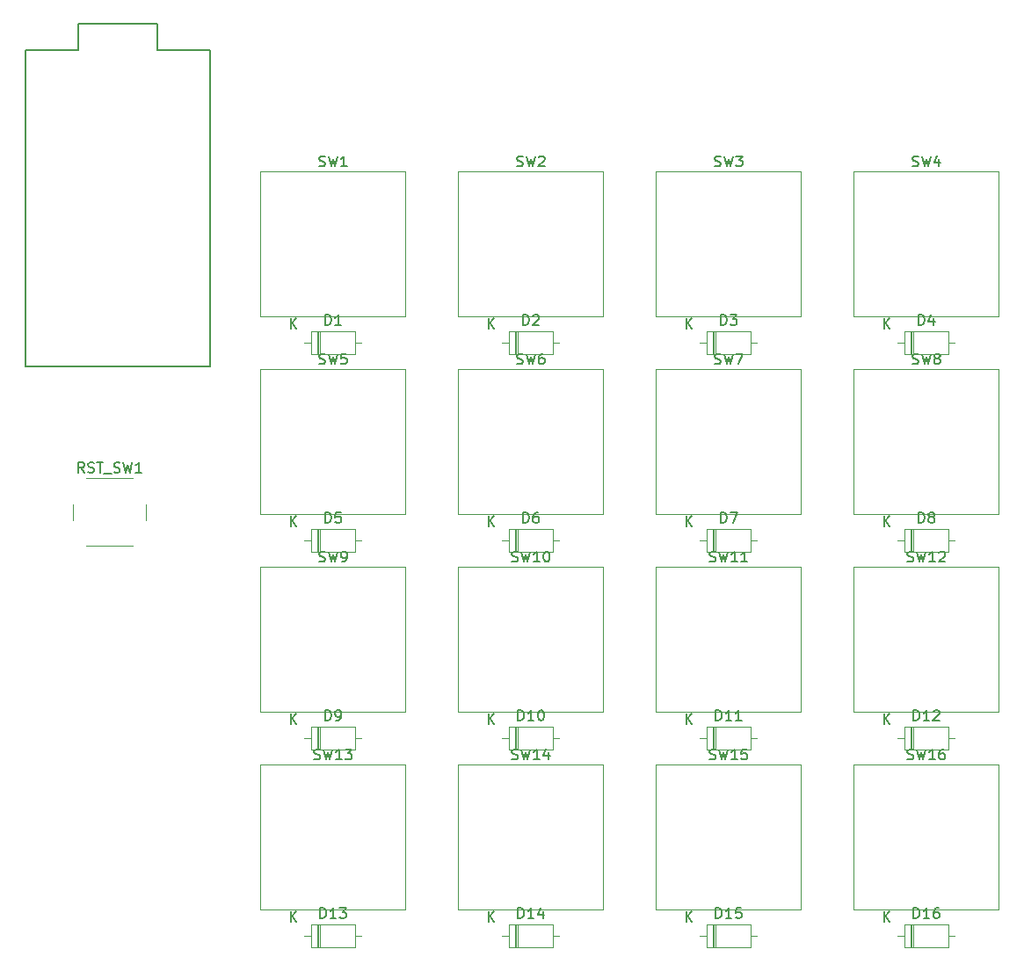
<source format=gto>
G04 #@! TF.GenerationSoftware,KiCad,Pcbnew,(5.0.0)*
G04 #@! TF.CreationDate,2018-09-08T04:15:37+09:00*
G04 #@! TF.ProjectId,macro4x4,6D6163726F3478342E6B696361645F70,rev?*
G04 #@! TF.SameCoordinates,Original*
G04 #@! TF.FileFunction,Legend,Top*
G04 #@! TF.FilePolarity,Positive*
%FSLAX46Y46*%
G04 Gerber Fmt 4.6, Leading zero omitted, Abs format (unit mm)*
G04 Created by KiCad (PCBNEW (5.0.0)) date 09/08/18 04:15:37*
%MOMM*%
%LPD*%
G01*
G04 APERTURE LIST*
%ADD10C,0.120000*%
%ADD11C,0.150000*%
%ADD12C,6.800000*%
%ADD13R,2.000000X2.000000*%
%ADD14O,2.000000X2.000000*%
%ADD15C,2.600000*%
%ADD16C,4.400000*%
%ADD17C,2.100000*%
%ADD18C,2.000000*%
%ADD19C,2.400000*%
G04 APERTURE END LIST*
D10*
G04 #@! TO.C,D1*
X68640000Y-80795000D02*
X68640000Y-83035000D01*
X68640000Y-83035000D02*
X72880000Y-83035000D01*
X72880000Y-83035000D02*
X72880000Y-80795000D01*
X72880000Y-80795000D02*
X68640000Y-80795000D01*
X67990000Y-81915000D02*
X68640000Y-81915000D01*
X73530000Y-81915000D02*
X72880000Y-81915000D01*
X69360000Y-80795000D02*
X69360000Y-83035000D01*
X69480000Y-80795000D02*
X69480000Y-83035000D01*
X69240000Y-80795000D02*
X69240000Y-83035000D01*
G04 #@! TO.C,D2*
X88290000Y-80795000D02*
X88290000Y-83035000D01*
X88530000Y-80795000D02*
X88530000Y-83035000D01*
X88410000Y-80795000D02*
X88410000Y-83035000D01*
X92580000Y-81915000D02*
X91930000Y-81915000D01*
X87040000Y-81915000D02*
X87690000Y-81915000D01*
X91930000Y-80795000D02*
X87690000Y-80795000D01*
X91930000Y-83035000D02*
X91930000Y-80795000D01*
X87690000Y-83035000D02*
X91930000Y-83035000D01*
X87690000Y-80795000D02*
X87690000Y-83035000D01*
G04 #@! TO.C,D3*
X106740000Y-80795000D02*
X106740000Y-83035000D01*
X106740000Y-83035000D02*
X110980000Y-83035000D01*
X110980000Y-83035000D02*
X110980000Y-80795000D01*
X110980000Y-80795000D02*
X106740000Y-80795000D01*
X106090000Y-81915000D02*
X106740000Y-81915000D01*
X111630000Y-81915000D02*
X110980000Y-81915000D01*
X107460000Y-80795000D02*
X107460000Y-83035000D01*
X107580000Y-80795000D02*
X107580000Y-83035000D01*
X107340000Y-80795000D02*
X107340000Y-83035000D01*
G04 #@! TO.C,D4*
X125790000Y-80795000D02*
X125790000Y-83035000D01*
X125790000Y-83035000D02*
X130030000Y-83035000D01*
X130030000Y-83035000D02*
X130030000Y-80795000D01*
X130030000Y-80795000D02*
X125790000Y-80795000D01*
X125140000Y-81915000D02*
X125790000Y-81915000D01*
X130680000Y-81915000D02*
X130030000Y-81915000D01*
X126510000Y-80795000D02*
X126510000Y-83035000D01*
X126630000Y-80795000D02*
X126630000Y-83035000D01*
X126390000Y-80795000D02*
X126390000Y-83035000D01*
G04 #@! TO.C,D5*
X68640000Y-99845000D02*
X68640000Y-102085000D01*
X68640000Y-102085000D02*
X72880000Y-102085000D01*
X72880000Y-102085000D02*
X72880000Y-99845000D01*
X72880000Y-99845000D02*
X68640000Y-99845000D01*
X67990000Y-100965000D02*
X68640000Y-100965000D01*
X73530000Y-100965000D02*
X72880000Y-100965000D01*
X69360000Y-99845000D02*
X69360000Y-102085000D01*
X69480000Y-99845000D02*
X69480000Y-102085000D01*
X69240000Y-99845000D02*
X69240000Y-102085000D01*
G04 #@! TO.C,D6*
X87690000Y-99845000D02*
X87690000Y-102085000D01*
X87690000Y-102085000D02*
X91930000Y-102085000D01*
X91930000Y-102085000D02*
X91930000Y-99845000D01*
X91930000Y-99845000D02*
X87690000Y-99845000D01*
X87040000Y-100965000D02*
X87690000Y-100965000D01*
X92580000Y-100965000D02*
X91930000Y-100965000D01*
X88410000Y-99845000D02*
X88410000Y-102085000D01*
X88530000Y-99845000D02*
X88530000Y-102085000D01*
X88290000Y-99845000D02*
X88290000Y-102085000D01*
G04 #@! TO.C,D7*
X107340000Y-99845000D02*
X107340000Y-102085000D01*
X107580000Y-99845000D02*
X107580000Y-102085000D01*
X107460000Y-99845000D02*
X107460000Y-102085000D01*
X111630000Y-100965000D02*
X110980000Y-100965000D01*
X106090000Y-100965000D02*
X106740000Y-100965000D01*
X110980000Y-99845000D02*
X106740000Y-99845000D01*
X110980000Y-102085000D02*
X110980000Y-99845000D01*
X106740000Y-102085000D02*
X110980000Y-102085000D01*
X106740000Y-99845000D02*
X106740000Y-102085000D01*
G04 #@! TO.C,D8*
X126390000Y-99845000D02*
X126390000Y-102085000D01*
X126630000Y-99845000D02*
X126630000Y-102085000D01*
X126510000Y-99845000D02*
X126510000Y-102085000D01*
X130680000Y-100965000D02*
X130030000Y-100965000D01*
X125140000Y-100965000D02*
X125790000Y-100965000D01*
X130030000Y-99845000D02*
X125790000Y-99845000D01*
X130030000Y-102085000D02*
X130030000Y-99845000D01*
X125790000Y-102085000D02*
X130030000Y-102085000D01*
X125790000Y-99845000D02*
X125790000Y-102085000D01*
G04 #@! TO.C,D9*
X69240000Y-118895000D02*
X69240000Y-121135000D01*
X69480000Y-118895000D02*
X69480000Y-121135000D01*
X69360000Y-118895000D02*
X69360000Y-121135000D01*
X73530000Y-120015000D02*
X72880000Y-120015000D01*
X67990000Y-120015000D02*
X68640000Y-120015000D01*
X72880000Y-118895000D02*
X68640000Y-118895000D01*
X72880000Y-121135000D02*
X72880000Y-118895000D01*
X68640000Y-121135000D02*
X72880000Y-121135000D01*
X68640000Y-118895000D02*
X68640000Y-121135000D01*
G04 #@! TO.C,D10*
X88290000Y-118895000D02*
X88290000Y-121135000D01*
X88530000Y-118895000D02*
X88530000Y-121135000D01*
X88410000Y-118895000D02*
X88410000Y-121135000D01*
X92580000Y-120015000D02*
X91930000Y-120015000D01*
X87040000Y-120015000D02*
X87690000Y-120015000D01*
X91930000Y-118895000D02*
X87690000Y-118895000D01*
X91930000Y-121135000D02*
X91930000Y-118895000D01*
X87690000Y-121135000D02*
X91930000Y-121135000D01*
X87690000Y-118895000D02*
X87690000Y-121135000D01*
G04 #@! TO.C,D11*
X106740000Y-118895000D02*
X106740000Y-121135000D01*
X106740000Y-121135000D02*
X110980000Y-121135000D01*
X110980000Y-121135000D02*
X110980000Y-118895000D01*
X110980000Y-118895000D02*
X106740000Y-118895000D01*
X106090000Y-120015000D02*
X106740000Y-120015000D01*
X111630000Y-120015000D02*
X110980000Y-120015000D01*
X107460000Y-118895000D02*
X107460000Y-121135000D01*
X107580000Y-118895000D02*
X107580000Y-121135000D01*
X107340000Y-118895000D02*
X107340000Y-121135000D01*
G04 #@! TO.C,D12*
X125790000Y-118895000D02*
X125790000Y-121135000D01*
X125790000Y-121135000D02*
X130030000Y-121135000D01*
X130030000Y-121135000D02*
X130030000Y-118895000D01*
X130030000Y-118895000D02*
X125790000Y-118895000D01*
X125140000Y-120015000D02*
X125790000Y-120015000D01*
X130680000Y-120015000D02*
X130030000Y-120015000D01*
X126510000Y-118895000D02*
X126510000Y-121135000D01*
X126630000Y-118895000D02*
X126630000Y-121135000D01*
X126390000Y-118895000D02*
X126390000Y-121135000D01*
G04 #@! TO.C,D13*
X69240000Y-137945000D02*
X69240000Y-140185000D01*
X69480000Y-137945000D02*
X69480000Y-140185000D01*
X69360000Y-137945000D02*
X69360000Y-140185000D01*
X73530000Y-139065000D02*
X72880000Y-139065000D01*
X67990000Y-139065000D02*
X68640000Y-139065000D01*
X72880000Y-137945000D02*
X68640000Y-137945000D01*
X72880000Y-140185000D02*
X72880000Y-137945000D01*
X68640000Y-140185000D02*
X72880000Y-140185000D01*
X68640000Y-137945000D02*
X68640000Y-140185000D01*
G04 #@! TO.C,D14*
X87690000Y-137945000D02*
X87690000Y-140185000D01*
X87690000Y-140185000D02*
X91930000Y-140185000D01*
X91930000Y-140185000D02*
X91930000Y-137945000D01*
X91930000Y-137945000D02*
X87690000Y-137945000D01*
X87040000Y-139065000D02*
X87690000Y-139065000D01*
X92580000Y-139065000D02*
X91930000Y-139065000D01*
X88410000Y-137945000D02*
X88410000Y-140185000D01*
X88530000Y-137945000D02*
X88530000Y-140185000D01*
X88290000Y-137945000D02*
X88290000Y-140185000D01*
G04 #@! TO.C,D15*
X107340000Y-137945000D02*
X107340000Y-140185000D01*
X107580000Y-137945000D02*
X107580000Y-140185000D01*
X107460000Y-137945000D02*
X107460000Y-140185000D01*
X111630000Y-139065000D02*
X110980000Y-139065000D01*
X106090000Y-139065000D02*
X106740000Y-139065000D01*
X110980000Y-137945000D02*
X106740000Y-137945000D01*
X110980000Y-140185000D02*
X110980000Y-137945000D01*
X106740000Y-140185000D02*
X110980000Y-140185000D01*
X106740000Y-137945000D02*
X106740000Y-140185000D01*
G04 #@! TO.C,D16*
X126390000Y-137945000D02*
X126390000Y-140185000D01*
X126630000Y-137945000D02*
X126630000Y-140185000D01*
X126510000Y-137945000D02*
X126510000Y-140185000D01*
X130680000Y-139065000D02*
X130030000Y-139065000D01*
X125140000Y-139065000D02*
X125790000Y-139065000D01*
X130030000Y-137945000D02*
X125790000Y-137945000D01*
X130030000Y-140185000D02*
X130030000Y-137945000D01*
X125790000Y-140185000D02*
X130030000Y-140185000D01*
X125790000Y-137945000D02*
X125790000Y-140185000D01*
G04 #@! TO.C,SW1*
X63775000Y-65385000D02*
X77745000Y-65385000D01*
X77745000Y-65385000D02*
X77745000Y-79355000D01*
X77745000Y-79355000D02*
X63775000Y-79355000D01*
X63775000Y-79355000D02*
X63775000Y-65385000D01*
G04 #@! TO.C,SW2*
X82825000Y-79355000D02*
X82825000Y-65385000D01*
X96795000Y-79355000D02*
X82825000Y-79355000D01*
X96795000Y-65385000D02*
X96795000Y-79355000D01*
X82825000Y-65385000D02*
X96795000Y-65385000D01*
G04 #@! TO.C,SW3*
X101875000Y-65385000D02*
X115845000Y-65385000D01*
X115845000Y-65385000D02*
X115845000Y-79355000D01*
X115845000Y-79355000D02*
X101875000Y-79355000D01*
X101875000Y-79355000D02*
X101875000Y-65385000D01*
G04 #@! TO.C,SW4*
X120925000Y-65385000D02*
X134895000Y-65385000D01*
X134895000Y-65385000D02*
X134895000Y-79355000D01*
X134895000Y-79355000D02*
X120925000Y-79355000D01*
X120925000Y-79355000D02*
X120925000Y-65385000D01*
G04 #@! TO.C,SW5*
X63775000Y-84435000D02*
X77745000Y-84435000D01*
X77745000Y-84435000D02*
X77745000Y-98405000D01*
X77745000Y-98405000D02*
X63775000Y-98405000D01*
X63775000Y-98405000D02*
X63775000Y-84435000D01*
G04 #@! TO.C,SW6*
X82825000Y-98405000D02*
X82825000Y-84435000D01*
X96795000Y-98405000D02*
X82825000Y-98405000D01*
X96795000Y-84435000D02*
X96795000Y-98405000D01*
X82825000Y-84435000D02*
X96795000Y-84435000D01*
G04 #@! TO.C,SW7*
X101875000Y-98405000D02*
X101875000Y-84435000D01*
X115845000Y-98405000D02*
X101875000Y-98405000D01*
X115845000Y-84435000D02*
X115845000Y-98405000D01*
X101875000Y-84435000D02*
X115845000Y-84435000D01*
G04 #@! TO.C,SW8*
X120925000Y-98405000D02*
X120925000Y-84435000D01*
X134895000Y-98405000D02*
X120925000Y-98405000D01*
X134895000Y-84435000D02*
X134895000Y-98405000D01*
X120925000Y-84435000D02*
X134895000Y-84435000D01*
G04 #@! TO.C,SW9*
X63775000Y-117455000D02*
X63775000Y-103485000D01*
X77745000Y-117455000D02*
X63775000Y-117455000D01*
X77745000Y-103485000D02*
X77745000Y-117455000D01*
X63775000Y-103485000D02*
X77745000Y-103485000D01*
G04 #@! TO.C,SW10*
X82825000Y-117455000D02*
X82825000Y-103485000D01*
X96795000Y-117455000D02*
X82825000Y-117455000D01*
X96795000Y-103485000D02*
X96795000Y-117455000D01*
X82825000Y-103485000D02*
X96795000Y-103485000D01*
G04 #@! TO.C,SW11*
X101875000Y-117455000D02*
X101875000Y-103485000D01*
X115845000Y-117455000D02*
X101875000Y-117455000D01*
X115845000Y-103485000D02*
X115845000Y-117455000D01*
X101875000Y-103485000D02*
X115845000Y-103485000D01*
G04 #@! TO.C,SW12*
X120925000Y-117455000D02*
X120925000Y-103485000D01*
X134895000Y-117455000D02*
X120925000Y-117455000D01*
X134895000Y-103485000D02*
X134895000Y-117455000D01*
X120925000Y-103485000D02*
X134895000Y-103485000D01*
G04 #@! TO.C,SW13*
X63775000Y-122535000D02*
X77745000Y-122535000D01*
X77745000Y-122535000D02*
X77745000Y-136505000D01*
X77745000Y-136505000D02*
X63775000Y-136505000D01*
X63775000Y-136505000D02*
X63775000Y-122535000D01*
G04 #@! TO.C,SW14*
X82825000Y-122535000D02*
X96795000Y-122535000D01*
X96795000Y-122535000D02*
X96795000Y-136505000D01*
X96795000Y-136505000D02*
X82825000Y-136505000D01*
X82825000Y-136505000D02*
X82825000Y-122535000D01*
G04 #@! TO.C,SW15*
X101875000Y-122535000D02*
X115845000Y-122535000D01*
X115845000Y-122535000D02*
X115845000Y-136505000D01*
X115845000Y-136505000D02*
X101875000Y-136505000D01*
X101875000Y-136505000D02*
X101875000Y-122535000D01*
G04 #@! TO.C,SW16*
X120925000Y-122535000D02*
X134895000Y-122535000D01*
X134895000Y-122535000D02*
X134895000Y-136505000D01*
X134895000Y-136505000D02*
X120925000Y-136505000D01*
X120925000Y-136505000D02*
X120925000Y-122535000D01*
D11*
G04 #@! TO.C,U1*
X41110000Y-53760000D02*
X41110000Y-84240000D01*
X41110000Y-53760000D02*
X46190000Y-53760000D01*
X46190000Y-53760000D02*
X46190000Y-51220000D01*
X46190000Y-51220000D02*
X53810000Y-51220000D01*
X53810000Y-51220000D02*
X53810000Y-53760000D01*
X53810000Y-53760000D02*
X58890000Y-53760000D01*
X58890000Y-53760000D02*
X58890000Y-84240000D01*
X58890000Y-84240000D02*
X41110000Y-84240000D01*
D10*
G04 #@! TO.C,RST_SW1*
X47000000Y-101500000D02*
X51500000Y-101500000D01*
X45750000Y-97500000D02*
X45750000Y-99000000D01*
X51500000Y-95000000D02*
X47000000Y-95000000D01*
X52750000Y-99000000D02*
X52750000Y-97500000D01*
G04 #@! TO.C,D1*
D11*
X70021904Y-80247380D02*
X70021904Y-79247380D01*
X70260000Y-79247380D01*
X70402857Y-79295000D01*
X70498095Y-79390238D01*
X70545714Y-79485476D01*
X70593333Y-79675952D01*
X70593333Y-79818809D01*
X70545714Y-80009285D01*
X70498095Y-80104523D01*
X70402857Y-80199761D01*
X70260000Y-80247380D01*
X70021904Y-80247380D01*
X71545714Y-80247380D02*
X70974285Y-80247380D01*
X71260000Y-80247380D02*
X71260000Y-79247380D01*
X71164761Y-79390238D01*
X71069523Y-79485476D01*
X70974285Y-79533095D01*
X66688095Y-80567380D02*
X66688095Y-79567380D01*
X67259523Y-80567380D02*
X66830952Y-79995952D01*
X67259523Y-79567380D02*
X66688095Y-80138809D01*
G04 #@! TO.C,D2*
X89071904Y-80247380D02*
X89071904Y-79247380D01*
X89310000Y-79247380D01*
X89452857Y-79295000D01*
X89548095Y-79390238D01*
X89595714Y-79485476D01*
X89643333Y-79675952D01*
X89643333Y-79818809D01*
X89595714Y-80009285D01*
X89548095Y-80104523D01*
X89452857Y-80199761D01*
X89310000Y-80247380D01*
X89071904Y-80247380D01*
X90024285Y-79342619D02*
X90071904Y-79295000D01*
X90167142Y-79247380D01*
X90405238Y-79247380D01*
X90500476Y-79295000D01*
X90548095Y-79342619D01*
X90595714Y-79437857D01*
X90595714Y-79533095D01*
X90548095Y-79675952D01*
X89976666Y-80247380D01*
X90595714Y-80247380D01*
X85738095Y-80567380D02*
X85738095Y-79567380D01*
X86309523Y-80567380D02*
X85880952Y-79995952D01*
X86309523Y-79567380D02*
X85738095Y-80138809D01*
G04 #@! TO.C,D3*
X108121904Y-80247380D02*
X108121904Y-79247380D01*
X108360000Y-79247380D01*
X108502857Y-79295000D01*
X108598095Y-79390238D01*
X108645714Y-79485476D01*
X108693333Y-79675952D01*
X108693333Y-79818809D01*
X108645714Y-80009285D01*
X108598095Y-80104523D01*
X108502857Y-80199761D01*
X108360000Y-80247380D01*
X108121904Y-80247380D01*
X109026666Y-79247380D02*
X109645714Y-79247380D01*
X109312380Y-79628333D01*
X109455238Y-79628333D01*
X109550476Y-79675952D01*
X109598095Y-79723571D01*
X109645714Y-79818809D01*
X109645714Y-80056904D01*
X109598095Y-80152142D01*
X109550476Y-80199761D01*
X109455238Y-80247380D01*
X109169523Y-80247380D01*
X109074285Y-80199761D01*
X109026666Y-80152142D01*
X104788095Y-80567380D02*
X104788095Y-79567380D01*
X105359523Y-80567380D02*
X104930952Y-79995952D01*
X105359523Y-79567380D02*
X104788095Y-80138809D01*
G04 #@! TO.C,D4*
X127171904Y-80247380D02*
X127171904Y-79247380D01*
X127410000Y-79247380D01*
X127552857Y-79295000D01*
X127648095Y-79390238D01*
X127695714Y-79485476D01*
X127743333Y-79675952D01*
X127743333Y-79818809D01*
X127695714Y-80009285D01*
X127648095Y-80104523D01*
X127552857Y-80199761D01*
X127410000Y-80247380D01*
X127171904Y-80247380D01*
X128600476Y-79580714D02*
X128600476Y-80247380D01*
X128362380Y-79199761D02*
X128124285Y-79914047D01*
X128743333Y-79914047D01*
X123838095Y-80567380D02*
X123838095Y-79567380D01*
X124409523Y-80567380D02*
X123980952Y-79995952D01*
X124409523Y-79567380D02*
X123838095Y-80138809D01*
G04 #@! TO.C,D5*
X70021904Y-99297380D02*
X70021904Y-98297380D01*
X70260000Y-98297380D01*
X70402857Y-98345000D01*
X70498095Y-98440238D01*
X70545714Y-98535476D01*
X70593333Y-98725952D01*
X70593333Y-98868809D01*
X70545714Y-99059285D01*
X70498095Y-99154523D01*
X70402857Y-99249761D01*
X70260000Y-99297380D01*
X70021904Y-99297380D01*
X71498095Y-98297380D02*
X71021904Y-98297380D01*
X70974285Y-98773571D01*
X71021904Y-98725952D01*
X71117142Y-98678333D01*
X71355238Y-98678333D01*
X71450476Y-98725952D01*
X71498095Y-98773571D01*
X71545714Y-98868809D01*
X71545714Y-99106904D01*
X71498095Y-99202142D01*
X71450476Y-99249761D01*
X71355238Y-99297380D01*
X71117142Y-99297380D01*
X71021904Y-99249761D01*
X70974285Y-99202142D01*
X66688095Y-99617380D02*
X66688095Y-98617380D01*
X67259523Y-99617380D02*
X66830952Y-99045952D01*
X67259523Y-98617380D02*
X66688095Y-99188809D01*
G04 #@! TO.C,D6*
X89071904Y-99297380D02*
X89071904Y-98297380D01*
X89310000Y-98297380D01*
X89452857Y-98345000D01*
X89548095Y-98440238D01*
X89595714Y-98535476D01*
X89643333Y-98725952D01*
X89643333Y-98868809D01*
X89595714Y-99059285D01*
X89548095Y-99154523D01*
X89452857Y-99249761D01*
X89310000Y-99297380D01*
X89071904Y-99297380D01*
X90500476Y-98297380D02*
X90310000Y-98297380D01*
X90214761Y-98345000D01*
X90167142Y-98392619D01*
X90071904Y-98535476D01*
X90024285Y-98725952D01*
X90024285Y-99106904D01*
X90071904Y-99202142D01*
X90119523Y-99249761D01*
X90214761Y-99297380D01*
X90405238Y-99297380D01*
X90500476Y-99249761D01*
X90548095Y-99202142D01*
X90595714Y-99106904D01*
X90595714Y-98868809D01*
X90548095Y-98773571D01*
X90500476Y-98725952D01*
X90405238Y-98678333D01*
X90214761Y-98678333D01*
X90119523Y-98725952D01*
X90071904Y-98773571D01*
X90024285Y-98868809D01*
X85738095Y-99617380D02*
X85738095Y-98617380D01*
X86309523Y-99617380D02*
X85880952Y-99045952D01*
X86309523Y-98617380D02*
X85738095Y-99188809D01*
G04 #@! TO.C,D7*
X108121904Y-99297380D02*
X108121904Y-98297380D01*
X108360000Y-98297380D01*
X108502857Y-98345000D01*
X108598095Y-98440238D01*
X108645714Y-98535476D01*
X108693333Y-98725952D01*
X108693333Y-98868809D01*
X108645714Y-99059285D01*
X108598095Y-99154523D01*
X108502857Y-99249761D01*
X108360000Y-99297380D01*
X108121904Y-99297380D01*
X109026666Y-98297380D02*
X109693333Y-98297380D01*
X109264761Y-99297380D01*
X104788095Y-99617380D02*
X104788095Y-98617380D01*
X105359523Y-99617380D02*
X104930952Y-99045952D01*
X105359523Y-98617380D02*
X104788095Y-99188809D01*
G04 #@! TO.C,D8*
X127171904Y-99297380D02*
X127171904Y-98297380D01*
X127410000Y-98297380D01*
X127552857Y-98345000D01*
X127648095Y-98440238D01*
X127695714Y-98535476D01*
X127743333Y-98725952D01*
X127743333Y-98868809D01*
X127695714Y-99059285D01*
X127648095Y-99154523D01*
X127552857Y-99249761D01*
X127410000Y-99297380D01*
X127171904Y-99297380D01*
X128314761Y-98725952D02*
X128219523Y-98678333D01*
X128171904Y-98630714D01*
X128124285Y-98535476D01*
X128124285Y-98487857D01*
X128171904Y-98392619D01*
X128219523Y-98345000D01*
X128314761Y-98297380D01*
X128505238Y-98297380D01*
X128600476Y-98345000D01*
X128648095Y-98392619D01*
X128695714Y-98487857D01*
X128695714Y-98535476D01*
X128648095Y-98630714D01*
X128600476Y-98678333D01*
X128505238Y-98725952D01*
X128314761Y-98725952D01*
X128219523Y-98773571D01*
X128171904Y-98821190D01*
X128124285Y-98916428D01*
X128124285Y-99106904D01*
X128171904Y-99202142D01*
X128219523Y-99249761D01*
X128314761Y-99297380D01*
X128505238Y-99297380D01*
X128600476Y-99249761D01*
X128648095Y-99202142D01*
X128695714Y-99106904D01*
X128695714Y-98916428D01*
X128648095Y-98821190D01*
X128600476Y-98773571D01*
X128505238Y-98725952D01*
X123838095Y-99617380D02*
X123838095Y-98617380D01*
X124409523Y-99617380D02*
X123980952Y-99045952D01*
X124409523Y-98617380D02*
X123838095Y-99188809D01*
G04 #@! TO.C,D9*
X70021904Y-118347380D02*
X70021904Y-117347380D01*
X70260000Y-117347380D01*
X70402857Y-117395000D01*
X70498095Y-117490238D01*
X70545714Y-117585476D01*
X70593333Y-117775952D01*
X70593333Y-117918809D01*
X70545714Y-118109285D01*
X70498095Y-118204523D01*
X70402857Y-118299761D01*
X70260000Y-118347380D01*
X70021904Y-118347380D01*
X71069523Y-118347380D02*
X71260000Y-118347380D01*
X71355238Y-118299761D01*
X71402857Y-118252142D01*
X71498095Y-118109285D01*
X71545714Y-117918809D01*
X71545714Y-117537857D01*
X71498095Y-117442619D01*
X71450476Y-117395000D01*
X71355238Y-117347380D01*
X71164761Y-117347380D01*
X71069523Y-117395000D01*
X71021904Y-117442619D01*
X70974285Y-117537857D01*
X70974285Y-117775952D01*
X71021904Y-117871190D01*
X71069523Y-117918809D01*
X71164761Y-117966428D01*
X71355238Y-117966428D01*
X71450476Y-117918809D01*
X71498095Y-117871190D01*
X71545714Y-117775952D01*
X66688095Y-118667380D02*
X66688095Y-117667380D01*
X67259523Y-118667380D02*
X66830952Y-118095952D01*
X67259523Y-117667380D02*
X66688095Y-118238809D01*
G04 #@! TO.C,D10*
X88595714Y-118347380D02*
X88595714Y-117347380D01*
X88833809Y-117347380D01*
X88976666Y-117395000D01*
X89071904Y-117490238D01*
X89119523Y-117585476D01*
X89167142Y-117775952D01*
X89167142Y-117918809D01*
X89119523Y-118109285D01*
X89071904Y-118204523D01*
X88976666Y-118299761D01*
X88833809Y-118347380D01*
X88595714Y-118347380D01*
X90119523Y-118347380D02*
X89548095Y-118347380D01*
X89833809Y-118347380D02*
X89833809Y-117347380D01*
X89738571Y-117490238D01*
X89643333Y-117585476D01*
X89548095Y-117633095D01*
X90738571Y-117347380D02*
X90833809Y-117347380D01*
X90929047Y-117395000D01*
X90976666Y-117442619D01*
X91024285Y-117537857D01*
X91071904Y-117728333D01*
X91071904Y-117966428D01*
X91024285Y-118156904D01*
X90976666Y-118252142D01*
X90929047Y-118299761D01*
X90833809Y-118347380D01*
X90738571Y-118347380D01*
X90643333Y-118299761D01*
X90595714Y-118252142D01*
X90548095Y-118156904D01*
X90500476Y-117966428D01*
X90500476Y-117728333D01*
X90548095Y-117537857D01*
X90595714Y-117442619D01*
X90643333Y-117395000D01*
X90738571Y-117347380D01*
X85738095Y-118667380D02*
X85738095Y-117667380D01*
X86309523Y-118667380D02*
X85880952Y-118095952D01*
X86309523Y-117667380D02*
X85738095Y-118238809D01*
G04 #@! TO.C,D11*
X107645714Y-118347380D02*
X107645714Y-117347380D01*
X107883809Y-117347380D01*
X108026666Y-117395000D01*
X108121904Y-117490238D01*
X108169523Y-117585476D01*
X108217142Y-117775952D01*
X108217142Y-117918809D01*
X108169523Y-118109285D01*
X108121904Y-118204523D01*
X108026666Y-118299761D01*
X107883809Y-118347380D01*
X107645714Y-118347380D01*
X109169523Y-118347380D02*
X108598095Y-118347380D01*
X108883809Y-118347380D02*
X108883809Y-117347380D01*
X108788571Y-117490238D01*
X108693333Y-117585476D01*
X108598095Y-117633095D01*
X110121904Y-118347380D02*
X109550476Y-118347380D01*
X109836190Y-118347380D02*
X109836190Y-117347380D01*
X109740952Y-117490238D01*
X109645714Y-117585476D01*
X109550476Y-117633095D01*
X104788095Y-118667380D02*
X104788095Y-117667380D01*
X105359523Y-118667380D02*
X104930952Y-118095952D01*
X105359523Y-117667380D02*
X104788095Y-118238809D01*
G04 #@! TO.C,D12*
X126695714Y-118347380D02*
X126695714Y-117347380D01*
X126933809Y-117347380D01*
X127076666Y-117395000D01*
X127171904Y-117490238D01*
X127219523Y-117585476D01*
X127267142Y-117775952D01*
X127267142Y-117918809D01*
X127219523Y-118109285D01*
X127171904Y-118204523D01*
X127076666Y-118299761D01*
X126933809Y-118347380D01*
X126695714Y-118347380D01*
X128219523Y-118347380D02*
X127648095Y-118347380D01*
X127933809Y-118347380D02*
X127933809Y-117347380D01*
X127838571Y-117490238D01*
X127743333Y-117585476D01*
X127648095Y-117633095D01*
X128600476Y-117442619D02*
X128648095Y-117395000D01*
X128743333Y-117347380D01*
X128981428Y-117347380D01*
X129076666Y-117395000D01*
X129124285Y-117442619D01*
X129171904Y-117537857D01*
X129171904Y-117633095D01*
X129124285Y-117775952D01*
X128552857Y-118347380D01*
X129171904Y-118347380D01*
X123838095Y-118667380D02*
X123838095Y-117667380D01*
X124409523Y-118667380D02*
X123980952Y-118095952D01*
X124409523Y-117667380D02*
X123838095Y-118238809D01*
G04 #@! TO.C,D13*
X69545714Y-137397380D02*
X69545714Y-136397380D01*
X69783809Y-136397380D01*
X69926666Y-136445000D01*
X70021904Y-136540238D01*
X70069523Y-136635476D01*
X70117142Y-136825952D01*
X70117142Y-136968809D01*
X70069523Y-137159285D01*
X70021904Y-137254523D01*
X69926666Y-137349761D01*
X69783809Y-137397380D01*
X69545714Y-137397380D01*
X71069523Y-137397380D02*
X70498095Y-137397380D01*
X70783809Y-137397380D02*
X70783809Y-136397380D01*
X70688571Y-136540238D01*
X70593333Y-136635476D01*
X70498095Y-136683095D01*
X71402857Y-136397380D02*
X72021904Y-136397380D01*
X71688571Y-136778333D01*
X71831428Y-136778333D01*
X71926666Y-136825952D01*
X71974285Y-136873571D01*
X72021904Y-136968809D01*
X72021904Y-137206904D01*
X71974285Y-137302142D01*
X71926666Y-137349761D01*
X71831428Y-137397380D01*
X71545714Y-137397380D01*
X71450476Y-137349761D01*
X71402857Y-137302142D01*
X66688095Y-137717380D02*
X66688095Y-136717380D01*
X67259523Y-137717380D02*
X66830952Y-137145952D01*
X67259523Y-136717380D02*
X66688095Y-137288809D01*
G04 #@! TO.C,D14*
X88595714Y-137397380D02*
X88595714Y-136397380D01*
X88833809Y-136397380D01*
X88976666Y-136445000D01*
X89071904Y-136540238D01*
X89119523Y-136635476D01*
X89167142Y-136825952D01*
X89167142Y-136968809D01*
X89119523Y-137159285D01*
X89071904Y-137254523D01*
X88976666Y-137349761D01*
X88833809Y-137397380D01*
X88595714Y-137397380D01*
X90119523Y-137397380D02*
X89548095Y-137397380D01*
X89833809Y-137397380D02*
X89833809Y-136397380D01*
X89738571Y-136540238D01*
X89643333Y-136635476D01*
X89548095Y-136683095D01*
X90976666Y-136730714D02*
X90976666Y-137397380D01*
X90738571Y-136349761D02*
X90500476Y-137064047D01*
X91119523Y-137064047D01*
X85738095Y-137717380D02*
X85738095Y-136717380D01*
X86309523Y-137717380D02*
X85880952Y-137145952D01*
X86309523Y-136717380D02*
X85738095Y-137288809D01*
G04 #@! TO.C,D15*
X107645714Y-137397380D02*
X107645714Y-136397380D01*
X107883809Y-136397380D01*
X108026666Y-136445000D01*
X108121904Y-136540238D01*
X108169523Y-136635476D01*
X108217142Y-136825952D01*
X108217142Y-136968809D01*
X108169523Y-137159285D01*
X108121904Y-137254523D01*
X108026666Y-137349761D01*
X107883809Y-137397380D01*
X107645714Y-137397380D01*
X109169523Y-137397380D02*
X108598095Y-137397380D01*
X108883809Y-137397380D02*
X108883809Y-136397380D01*
X108788571Y-136540238D01*
X108693333Y-136635476D01*
X108598095Y-136683095D01*
X110074285Y-136397380D02*
X109598095Y-136397380D01*
X109550476Y-136873571D01*
X109598095Y-136825952D01*
X109693333Y-136778333D01*
X109931428Y-136778333D01*
X110026666Y-136825952D01*
X110074285Y-136873571D01*
X110121904Y-136968809D01*
X110121904Y-137206904D01*
X110074285Y-137302142D01*
X110026666Y-137349761D01*
X109931428Y-137397380D01*
X109693333Y-137397380D01*
X109598095Y-137349761D01*
X109550476Y-137302142D01*
X104788095Y-137717380D02*
X104788095Y-136717380D01*
X105359523Y-137717380D02*
X104930952Y-137145952D01*
X105359523Y-136717380D02*
X104788095Y-137288809D01*
G04 #@! TO.C,D16*
X126695714Y-137397380D02*
X126695714Y-136397380D01*
X126933809Y-136397380D01*
X127076666Y-136445000D01*
X127171904Y-136540238D01*
X127219523Y-136635476D01*
X127267142Y-136825952D01*
X127267142Y-136968809D01*
X127219523Y-137159285D01*
X127171904Y-137254523D01*
X127076666Y-137349761D01*
X126933809Y-137397380D01*
X126695714Y-137397380D01*
X128219523Y-137397380D02*
X127648095Y-137397380D01*
X127933809Y-137397380D02*
X127933809Y-136397380D01*
X127838571Y-136540238D01*
X127743333Y-136635476D01*
X127648095Y-136683095D01*
X129076666Y-136397380D02*
X128886190Y-136397380D01*
X128790952Y-136445000D01*
X128743333Y-136492619D01*
X128648095Y-136635476D01*
X128600476Y-136825952D01*
X128600476Y-137206904D01*
X128648095Y-137302142D01*
X128695714Y-137349761D01*
X128790952Y-137397380D01*
X128981428Y-137397380D01*
X129076666Y-137349761D01*
X129124285Y-137302142D01*
X129171904Y-137206904D01*
X129171904Y-136968809D01*
X129124285Y-136873571D01*
X129076666Y-136825952D01*
X128981428Y-136778333D01*
X128790952Y-136778333D01*
X128695714Y-136825952D01*
X128648095Y-136873571D01*
X128600476Y-136968809D01*
X123838095Y-137717380D02*
X123838095Y-136717380D01*
X124409523Y-137717380D02*
X123980952Y-137145952D01*
X124409523Y-136717380D02*
X123838095Y-137288809D01*
G04 #@! TO.C,SW1*
X69426666Y-64900761D02*
X69569523Y-64948380D01*
X69807619Y-64948380D01*
X69902857Y-64900761D01*
X69950476Y-64853142D01*
X69998095Y-64757904D01*
X69998095Y-64662666D01*
X69950476Y-64567428D01*
X69902857Y-64519809D01*
X69807619Y-64472190D01*
X69617142Y-64424571D01*
X69521904Y-64376952D01*
X69474285Y-64329333D01*
X69426666Y-64234095D01*
X69426666Y-64138857D01*
X69474285Y-64043619D01*
X69521904Y-63996000D01*
X69617142Y-63948380D01*
X69855238Y-63948380D01*
X69998095Y-63996000D01*
X70331428Y-63948380D02*
X70569523Y-64948380D01*
X70760000Y-64234095D01*
X70950476Y-64948380D01*
X71188571Y-63948380D01*
X72093333Y-64948380D02*
X71521904Y-64948380D01*
X71807619Y-64948380D02*
X71807619Y-63948380D01*
X71712380Y-64091238D01*
X71617142Y-64186476D01*
X71521904Y-64234095D01*
G04 #@! TO.C,SW2*
X88476666Y-64900761D02*
X88619523Y-64948380D01*
X88857619Y-64948380D01*
X88952857Y-64900761D01*
X89000476Y-64853142D01*
X89048095Y-64757904D01*
X89048095Y-64662666D01*
X89000476Y-64567428D01*
X88952857Y-64519809D01*
X88857619Y-64472190D01*
X88667142Y-64424571D01*
X88571904Y-64376952D01*
X88524285Y-64329333D01*
X88476666Y-64234095D01*
X88476666Y-64138857D01*
X88524285Y-64043619D01*
X88571904Y-63996000D01*
X88667142Y-63948380D01*
X88905238Y-63948380D01*
X89048095Y-63996000D01*
X89381428Y-63948380D02*
X89619523Y-64948380D01*
X89810000Y-64234095D01*
X90000476Y-64948380D01*
X90238571Y-63948380D01*
X90571904Y-64043619D02*
X90619523Y-63996000D01*
X90714761Y-63948380D01*
X90952857Y-63948380D01*
X91048095Y-63996000D01*
X91095714Y-64043619D01*
X91143333Y-64138857D01*
X91143333Y-64234095D01*
X91095714Y-64376952D01*
X90524285Y-64948380D01*
X91143333Y-64948380D01*
G04 #@! TO.C,SW3*
X107526666Y-64900761D02*
X107669523Y-64948380D01*
X107907619Y-64948380D01*
X108002857Y-64900761D01*
X108050476Y-64853142D01*
X108098095Y-64757904D01*
X108098095Y-64662666D01*
X108050476Y-64567428D01*
X108002857Y-64519809D01*
X107907619Y-64472190D01*
X107717142Y-64424571D01*
X107621904Y-64376952D01*
X107574285Y-64329333D01*
X107526666Y-64234095D01*
X107526666Y-64138857D01*
X107574285Y-64043619D01*
X107621904Y-63996000D01*
X107717142Y-63948380D01*
X107955238Y-63948380D01*
X108098095Y-63996000D01*
X108431428Y-63948380D02*
X108669523Y-64948380D01*
X108860000Y-64234095D01*
X109050476Y-64948380D01*
X109288571Y-63948380D01*
X109574285Y-63948380D02*
X110193333Y-63948380D01*
X109860000Y-64329333D01*
X110002857Y-64329333D01*
X110098095Y-64376952D01*
X110145714Y-64424571D01*
X110193333Y-64519809D01*
X110193333Y-64757904D01*
X110145714Y-64853142D01*
X110098095Y-64900761D01*
X110002857Y-64948380D01*
X109717142Y-64948380D01*
X109621904Y-64900761D01*
X109574285Y-64853142D01*
G04 #@! TO.C,SW4*
X126576666Y-64900761D02*
X126719523Y-64948380D01*
X126957619Y-64948380D01*
X127052857Y-64900761D01*
X127100476Y-64853142D01*
X127148095Y-64757904D01*
X127148095Y-64662666D01*
X127100476Y-64567428D01*
X127052857Y-64519809D01*
X126957619Y-64472190D01*
X126767142Y-64424571D01*
X126671904Y-64376952D01*
X126624285Y-64329333D01*
X126576666Y-64234095D01*
X126576666Y-64138857D01*
X126624285Y-64043619D01*
X126671904Y-63996000D01*
X126767142Y-63948380D01*
X127005238Y-63948380D01*
X127148095Y-63996000D01*
X127481428Y-63948380D02*
X127719523Y-64948380D01*
X127910000Y-64234095D01*
X128100476Y-64948380D01*
X128338571Y-63948380D01*
X129148095Y-64281714D02*
X129148095Y-64948380D01*
X128910000Y-63900761D02*
X128671904Y-64615047D01*
X129290952Y-64615047D01*
G04 #@! TO.C,SW5*
X69426666Y-83950761D02*
X69569523Y-83998380D01*
X69807619Y-83998380D01*
X69902857Y-83950761D01*
X69950476Y-83903142D01*
X69998095Y-83807904D01*
X69998095Y-83712666D01*
X69950476Y-83617428D01*
X69902857Y-83569809D01*
X69807619Y-83522190D01*
X69617142Y-83474571D01*
X69521904Y-83426952D01*
X69474285Y-83379333D01*
X69426666Y-83284095D01*
X69426666Y-83188857D01*
X69474285Y-83093619D01*
X69521904Y-83046000D01*
X69617142Y-82998380D01*
X69855238Y-82998380D01*
X69998095Y-83046000D01*
X70331428Y-82998380D02*
X70569523Y-83998380D01*
X70760000Y-83284095D01*
X70950476Y-83998380D01*
X71188571Y-82998380D01*
X72045714Y-82998380D02*
X71569523Y-82998380D01*
X71521904Y-83474571D01*
X71569523Y-83426952D01*
X71664761Y-83379333D01*
X71902857Y-83379333D01*
X71998095Y-83426952D01*
X72045714Y-83474571D01*
X72093333Y-83569809D01*
X72093333Y-83807904D01*
X72045714Y-83903142D01*
X71998095Y-83950761D01*
X71902857Y-83998380D01*
X71664761Y-83998380D01*
X71569523Y-83950761D01*
X71521904Y-83903142D01*
G04 #@! TO.C,SW6*
X88476666Y-83950761D02*
X88619523Y-83998380D01*
X88857619Y-83998380D01*
X88952857Y-83950761D01*
X89000476Y-83903142D01*
X89048095Y-83807904D01*
X89048095Y-83712666D01*
X89000476Y-83617428D01*
X88952857Y-83569809D01*
X88857619Y-83522190D01*
X88667142Y-83474571D01*
X88571904Y-83426952D01*
X88524285Y-83379333D01*
X88476666Y-83284095D01*
X88476666Y-83188857D01*
X88524285Y-83093619D01*
X88571904Y-83046000D01*
X88667142Y-82998380D01*
X88905238Y-82998380D01*
X89048095Y-83046000D01*
X89381428Y-82998380D02*
X89619523Y-83998380D01*
X89810000Y-83284095D01*
X90000476Y-83998380D01*
X90238571Y-82998380D01*
X91048095Y-82998380D02*
X90857619Y-82998380D01*
X90762380Y-83046000D01*
X90714761Y-83093619D01*
X90619523Y-83236476D01*
X90571904Y-83426952D01*
X90571904Y-83807904D01*
X90619523Y-83903142D01*
X90667142Y-83950761D01*
X90762380Y-83998380D01*
X90952857Y-83998380D01*
X91048095Y-83950761D01*
X91095714Y-83903142D01*
X91143333Y-83807904D01*
X91143333Y-83569809D01*
X91095714Y-83474571D01*
X91048095Y-83426952D01*
X90952857Y-83379333D01*
X90762380Y-83379333D01*
X90667142Y-83426952D01*
X90619523Y-83474571D01*
X90571904Y-83569809D01*
G04 #@! TO.C,SW7*
X107526666Y-83950761D02*
X107669523Y-83998380D01*
X107907619Y-83998380D01*
X108002857Y-83950761D01*
X108050476Y-83903142D01*
X108098095Y-83807904D01*
X108098095Y-83712666D01*
X108050476Y-83617428D01*
X108002857Y-83569809D01*
X107907619Y-83522190D01*
X107717142Y-83474571D01*
X107621904Y-83426952D01*
X107574285Y-83379333D01*
X107526666Y-83284095D01*
X107526666Y-83188857D01*
X107574285Y-83093619D01*
X107621904Y-83046000D01*
X107717142Y-82998380D01*
X107955238Y-82998380D01*
X108098095Y-83046000D01*
X108431428Y-82998380D02*
X108669523Y-83998380D01*
X108860000Y-83284095D01*
X109050476Y-83998380D01*
X109288571Y-82998380D01*
X109574285Y-82998380D02*
X110240952Y-82998380D01*
X109812380Y-83998380D01*
G04 #@! TO.C,SW8*
X126576666Y-83950761D02*
X126719523Y-83998380D01*
X126957619Y-83998380D01*
X127052857Y-83950761D01*
X127100476Y-83903142D01*
X127148095Y-83807904D01*
X127148095Y-83712666D01*
X127100476Y-83617428D01*
X127052857Y-83569809D01*
X126957619Y-83522190D01*
X126767142Y-83474571D01*
X126671904Y-83426952D01*
X126624285Y-83379333D01*
X126576666Y-83284095D01*
X126576666Y-83188857D01*
X126624285Y-83093619D01*
X126671904Y-83046000D01*
X126767142Y-82998380D01*
X127005238Y-82998380D01*
X127148095Y-83046000D01*
X127481428Y-82998380D02*
X127719523Y-83998380D01*
X127910000Y-83284095D01*
X128100476Y-83998380D01*
X128338571Y-82998380D01*
X128862380Y-83426952D02*
X128767142Y-83379333D01*
X128719523Y-83331714D01*
X128671904Y-83236476D01*
X128671904Y-83188857D01*
X128719523Y-83093619D01*
X128767142Y-83046000D01*
X128862380Y-82998380D01*
X129052857Y-82998380D01*
X129148095Y-83046000D01*
X129195714Y-83093619D01*
X129243333Y-83188857D01*
X129243333Y-83236476D01*
X129195714Y-83331714D01*
X129148095Y-83379333D01*
X129052857Y-83426952D01*
X128862380Y-83426952D01*
X128767142Y-83474571D01*
X128719523Y-83522190D01*
X128671904Y-83617428D01*
X128671904Y-83807904D01*
X128719523Y-83903142D01*
X128767142Y-83950761D01*
X128862380Y-83998380D01*
X129052857Y-83998380D01*
X129148095Y-83950761D01*
X129195714Y-83903142D01*
X129243333Y-83807904D01*
X129243333Y-83617428D01*
X129195714Y-83522190D01*
X129148095Y-83474571D01*
X129052857Y-83426952D01*
G04 #@! TO.C,SW9*
X69426666Y-103000761D02*
X69569523Y-103048380D01*
X69807619Y-103048380D01*
X69902857Y-103000761D01*
X69950476Y-102953142D01*
X69998095Y-102857904D01*
X69998095Y-102762666D01*
X69950476Y-102667428D01*
X69902857Y-102619809D01*
X69807619Y-102572190D01*
X69617142Y-102524571D01*
X69521904Y-102476952D01*
X69474285Y-102429333D01*
X69426666Y-102334095D01*
X69426666Y-102238857D01*
X69474285Y-102143619D01*
X69521904Y-102096000D01*
X69617142Y-102048380D01*
X69855238Y-102048380D01*
X69998095Y-102096000D01*
X70331428Y-102048380D02*
X70569523Y-103048380D01*
X70760000Y-102334095D01*
X70950476Y-103048380D01*
X71188571Y-102048380D01*
X71617142Y-103048380D02*
X71807619Y-103048380D01*
X71902857Y-103000761D01*
X71950476Y-102953142D01*
X72045714Y-102810285D01*
X72093333Y-102619809D01*
X72093333Y-102238857D01*
X72045714Y-102143619D01*
X71998095Y-102096000D01*
X71902857Y-102048380D01*
X71712380Y-102048380D01*
X71617142Y-102096000D01*
X71569523Y-102143619D01*
X71521904Y-102238857D01*
X71521904Y-102476952D01*
X71569523Y-102572190D01*
X71617142Y-102619809D01*
X71712380Y-102667428D01*
X71902857Y-102667428D01*
X71998095Y-102619809D01*
X72045714Y-102572190D01*
X72093333Y-102476952D01*
G04 #@! TO.C,SW10*
X88000476Y-103000761D02*
X88143333Y-103048380D01*
X88381428Y-103048380D01*
X88476666Y-103000761D01*
X88524285Y-102953142D01*
X88571904Y-102857904D01*
X88571904Y-102762666D01*
X88524285Y-102667428D01*
X88476666Y-102619809D01*
X88381428Y-102572190D01*
X88190952Y-102524571D01*
X88095714Y-102476952D01*
X88048095Y-102429333D01*
X88000476Y-102334095D01*
X88000476Y-102238857D01*
X88048095Y-102143619D01*
X88095714Y-102096000D01*
X88190952Y-102048380D01*
X88429047Y-102048380D01*
X88571904Y-102096000D01*
X88905238Y-102048380D02*
X89143333Y-103048380D01*
X89333809Y-102334095D01*
X89524285Y-103048380D01*
X89762380Y-102048380D01*
X90667142Y-103048380D02*
X90095714Y-103048380D01*
X90381428Y-103048380D02*
X90381428Y-102048380D01*
X90286190Y-102191238D01*
X90190952Y-102286476D01*
X90095714Y-102334095D01*
X91286190Y-102048380D02*
X91381428Y-102048380D01*
X91476666Y-102096000D01*
X91524285Y-102143619D01*
X91571904Y-102238857D01*
X91619523Y-102429333D01*
X91619523Y-102667428D01*
X91571904Y-102857904D01*
X91524285Y-102953142D01*
X91476666Y-103000761D01*
X91381428Y-103048380D01*
X91286190Y-103048380D01*
X91190952Y-103000761D01*
X91143333Y-102953142D01*
X91095714Y-102857904D01*
X91048095Y-102667428D01*
X91048095Y-102429333D01*
X91095714Y-102238857D01*
X91143333Y-102143619D01*
X91190952Y-102096000D01*
X91286190Y-102048380D01*
G04 #@! TO.C,SW11*
X107050476Y-103000761D02*
X107193333Y-103048380D01*
X107431428Y-103048380D01*
X107526666Y-103000761D01*
X107574285Y-102953142D01*
X107621904Y-102857904D01*
X107621904Y-102762666D01*
X107574285Y-102667428D01*
X107526666Y-102619809D01*
X107431428Y-102572190D01*
X107240952Y-102524571D01*
X107145714Y-102476952D01*
X107098095Y-102429333D01*
X107050476Y-102334095D01*
X107050476Y-102238857D01*
X107098095Y-102143619D01*
X107145714Y-102096000D01*
X107240952Y-102048380D01*
X107479047Y-102048380D01*
X107621904Y-102096000D01*
X107955238Y-102048380D02*
X108193333Y-103048380D01*
X108383809Y-102334095D01*
X108574285Y-103048380D01*
X108812380Y-102048380D01*
X109717142Y-103048380D02*
X109145714Y-103048380D01*
X109431428Y-103048380D02*
X109431428Y-102048380D01*
X109336190Y-102191238D01*
X109240952Y-102286476D01*
X109145714Y-102334095D01*
X110669523Y-103048380D02*
X110098095Y-103048380D01*
X110383809Y-103048380D02*
X110383809Y-102048380D01*
X110288571Y-102191238D01*
X110193333Y-102286476D01*
X110098095Y-102334095D01*
G04 #@! TO.C,SW12*
X126100476Y-103000761D02*
X126243333Y-103048380D01*
X126481428Y-103048380D01*
X126576666Y-103000761D01*
X126624285Y-102953142D01*
X126671904Y-102857904D01*
X126671904Y-102762666D01*
X126624285Y-102667428D01*
X126576666Y-102619809D01*
X126481428Y-102572190D01*
X126290952Y-102524571D01*
X126195714Y-102476952D01*
X126148095Y-102429333D01*
X126100476Y-102334095D01*
X126100476Y-102238857D01*
X126148095Y-102143619D01*
X126195714Y-102096000D01*
X126290952Y-102048380D01*
X126529047Y-102048380D01*
X126671904Y-102096000D01*
X127005238Y-102048380D02*
X127243333Y-103048380D01*
X127433809Y-102334095D01*
X127624285Y-103048380D01*
X127862380Y-102048380D01*
X128767142Y-103048380D02*
X128195714Y-103048380D01*
X128481428Y-103048380D02*
X128481428Y-102048380D01*
X128386190Y-102191238D01*
X128290952Y-102286476D01*
X128195714Y-102334095D01*
X129148095Y-102143619D02*
X129195714Y-102096000D01*
X129290952Y-102048380D01*
X129529047Y-102048380D01*
X129624285Y-102096000D01*
X129671904Y-102143619D01*
X129719523Y-102238857D01*
X129719523Y-102334095D01*
X129671904Y-102476952D01*
X129100476Y-103048380D01*
X129719523Y-103048380D01*
G04 #@! TO.C,SW13*
X68950476Y-122050761D02*
X69093333Y-122098380D01*
X69331428Y-122098380D01*
X69426666Y-122050761D01*
X69474285Y-122003142D01*
X69521904Y-121907904D01*
X69521904Y-121812666D01*
X69474285Y-121717428D01*
X69426666Y-121669809D01*
X69331428Y-121622190D01*
X69140952Y-121574571D01*
X69045714Y-121526952D01*
X68998095Y-121479333D01*
X68950476Y-121384095D01*
X68950476Y-121288857D01*
X68998095Y-121193619D01*
X69045714Y-121146000D01*
X69140952Y-121098380D01*
X69379047Y-121098380D01*
X69521904Y-121146000D01*
X69855238Y-121098380D02*
X70093333Y-122098380D01*
X70283809Y-121384095D01*
X70474285Y-122098380D01*
X70712380Y-121098380D01*
X71617142Y-122098380D02*
X71045714Y-122098380D01*
X71331428Y-122098380D02*
X71331428Y-121098380D01*
X71236190Y-121241238D01*
X71140952Y-121336476D01*
X71045714Y-121384095D01*
X71950476Y-121098380D02*
X72569523Y-121098380D01*
X72236190Y-121479333D01*
X72379047Y-121479333D01*
X72474285Y-121526952D01*
X72521904Y-121574571D01*
X72569523Y-121669809D01*
X72569523Y-121907904D01*
X72521904Y-122003142D01*
X72474285Y-122050761D01*
X72379047Y-122098380D01*
X72093333Y-122098380D01*
X71998095Y-122050761D01*
X71950476Y-122003142D01*
G04 #@! TO.C,SW14*
X88000476Y-122050761D02*
X88143333Y-122098380D01*
X88381428Y-122098380D01*
X88476666Y-122050761D01*
X88524285Y-122003142D01*
X88571904Y-121907904D01*
X88571904Y-121812666D01*
X88524285Y-121717428D01*
X88476666Y-121669809D01*
X88381428Y-121622190D01*
X88190952Y-121574571D01*
X88095714Y-121526952D01*
X88048095Y-121479333D01*
X88000476Y-121384095D01*
X88000476Y-121288857D01*
X88048095Y-121193619D01*
X88095714Y-121146000D01*
X88190952Y-121098380D01*
X88429047Y-121098380D01*
X88571904Y-121146000D01*
X88905238Y-121098380D02*
X89143333Y-122098380D01*
X89333809Y-121384095D01*
X89524285Y-122098380D01*
X89762380Y-121098380D01*
X90667142Y-122098380D02*
X90095714Y-122098380D01*
X90381428Y-122098380D02*
X90381428Y-121098380D01*
X90286190Y-121241238D01*
X90190952Y-121336476D01*
X90095714Y-121384095D01*
X91524285Y-121431714D02*
X91524285Y-122098380D01*
X91286190Y-121050761D02*
X91048095Y-121765047D01*
X91667142Y-121765047D01*
G04 #@! TO.C,SW15*
X107050476Y-122050761D02*
X107193333Y-122098380D01*
X107431428Y-122098380D01*
X107526666Y-122050761D01*
X107574285Y-122003142D01*
X107621904Y-121907904D01*
X107621904Y-121812666D01*
X107574285Y-121717428D01*
X107526666Y-121669809D01*
X107431428Y-121622190D01*
X107240952Y-121574571D01*
X107145714Y-121526952D01*
X107098095Y-121479333D01*
X107050476Y-121384095D01*
X107050476Y-121288857D01*
X107098095Y-121193619D01*
X107145714Y-121146000D01*
X107240952Y-121098380D01*
X107479047Y-121098380D01*
X107621904Y-121146000D01*
X107955238Y-121098380D02*
X108193333Y-122098380D01*
X108383809Y-121384095D01*
X108574285Y-122098380D01*
X108812380Y-121098380D01*
X109717142Y-122098380D02*
X109145714Y-122098380D01*
X109431428Y-122098380D02*
X109431428Y-121098380D01*
X109336190Y-121241238D01*
X109240952Y-121336476D01*
X109145714Y-121384095D01*
X110621904Y-121098380D02*
X110145714Y-121098380D01*
X110098095Y-121574571D01*
X110145714Y-121526952D01*
X110240952Y-121479333D01*
X110479047Y-121479333D01*
X110574285Y-121526952D01*
X110621904Y-121574571D01*
X110669523Y-121669809D01*
X110669523Y-121907904D01*
X110621904Y-122003142D01*
X110574285Y-122050761D01*
X110479047Y-122098380D01*
X110240952Y-122098380D01*
X110145714Y-122050761D01*
X110098095Y-122003142D01*
G04 #@! TO.C,SW16*
X126100476Y-122050761D02*
X126243333Y-122098380D01*
X126481428Y-122098380D01*
X126576666Y-122050761D01*
X126624285Y-122003142D01*
X126671904Y-121907904D01*
X126671904Y-121812666D01*
X126624285Y-121717428D01*
X126576666Y-121669809D01*
X126481428Y-121622190D01*
X126290952Y-121574571D01*
X126195714Y-121526952D01*
X126148095Y-121479333D01*
X126100476Y-121384095D01*
X126100476Y-121288857D01*
X126148095Y-121193619D01*
X126195714Y-121146000D01*
X126290952Y-121098380D01*
X126529047Y-121098380D01*
X126671904Y-121146000D01*
X127005238Y-121098380D02*
X127243333Y-122098380D01*
X127433809Y-121384095D01*
X127624285Y-122098380D01*
X127862380Y-121098380D01*
X128767142Y-122098380D02*
X128195714Y-122098380D01*
X128481428Y-122098380D02*
X128481428Y-121098380D01*
X128386190Y-121241238D01*
X128290952Y-121336476D01*
X128195714Y-121384095D01*
X129624285Y-121098380D02*
X129433809Y-121098380D01*
X129338571Y-121146000D01*
X129290952Y-121193619D01*
X129195714Y-121336476D01*
X129148095Y-121526952D01*
X129148095Y-121907904D01*
X129195714Y-122003142D01*
X129243333Y-122050761D01*
X129338571Y-122098380D01*
X129529047Y-122098380D01*
X129624285Y-122050761D01*
X129671904Y-122003142D01*
X129719523Y-121907904D01*
X129719523Y-121669809D01*
X129671904Y-121574571D01*
X129624285Y-121526952D01*
X129529047Y-121479333D01*
X129338571Y-121479333D01*
X129243333Y-121526952D01*
X129195714Y-121574571D01*
X129148095Y-121669809D01*
G04 #@! TO.C,RST_SW1*
X46797619Y-94452380D02*
X46464285Y-93976190D01*
X46226190Y-94452380D02*
X46226190Y-93452380D01*
X46607142Y-93452380D01*
X46702380Y-93500000D01*
X46750000Y-93547619D01*
X46797619Y-93642857D01*
X46797619Y-93785714D01*
X46750000Y-93880952D01*
X46702380Y-93928571D01*
X46607142Y-93976190D01*
X46226190Y-93976190D01*
X47178571Y-94404761D02*
X47321428Y-94452380D01*
X47559523Y-94452380D01*
X47654761Y-94404761D01*
X47702380Y-94357142D01*
X47750000Y-94261904D01*
X47750000Y-94166666D01*
X47702380Y-94071428D01*
X47654761Y-94023809D01*
X47559523Y-93976190D01*
X47369047Y-93928571D01*
X47273809Y-93880952D01*
X47226190Y-93833333D01*
X47178571Y-93738095D01*
X47178571Y-93642857D01*
X47226190Y-93547619D01*
X47273809Y-93500000D01*
X47369047Y-93452380D01*
X47607142Y-93452380D01*
X47750000Y-93500000D01*
X48035714Y-93452380D02*
X48607142Y-93452380D01*
X48321428Y-94452380D02*
X48321428Y-93452380D01*
X48702380Y-94547619D02*
X49464285Y-94547619D01*
X49654761Y-94404761D02*
X49797619Y-94452380D01*
X50035714Y-94452380D01*
X50130952Y-94404761D01*
X50178571Y-94357142D01*
X50226190Y-94261904D01*
X50226190Y-94166666D01*
X50178571Y-94071428D01*
X50130952Y-94023809D01*
X50035714Y-93976190D01*
X49845238Y-93928571D01*
X49750000Y-93880952D01*
X49702380Y-93833333D01*
X49654761Y-93738095D01*
X49654761Y-93642857D01*
X49702380Y-93547619D01*
X49750000Y-93500000D01*
X49845238Y-93452380D01*
X50083333Y-93452380D01*
X50226190Y-93500000D01*
X50559523Y-93452380D02*
X50797619Y-94452380D01*
X50988095Y-93738095D01*
X51178571Y-94452380D01*
X51416666Y-93452380D01*
X52321428Y-94452380D02*
X51750000Y-94452380D01*
X52035714Y-94452380D02*
X52035714Y-93452380D01*
X51940476Y-93595238D01*
X51845238Y-93690476D01*
X51750000Y-93738095D01*
G04 #@! TD*
%LPC*%
D12*
G04 #@! TO.C,m4*
X135000000Y-145000000D03*
G04 #@! TD*
G04 #@! TO.C,m3*
X135000000Y-55000000D03*
G04 #@! TD*
G04 #@! TO.C,m2*
X45000000Y-145000000D03*
G04 #@! TD*
D13*
G04 #@! TO.C,D1*
X66950000Y-81915000D03*
D14*
X74570000Y-81915000D03*
G04 #@! TD*
G04 #@! TO.C,D2*
X93620000Y-81915000D03*
D13*
X86000000Y-81915000D03*
G04 #@! TD*
G04 #@! TO.C,D3*
X105050000Y-81915000D03*
D14*
X112670000Y-81915000D03*
G04 #@! TD*
D13*
G04 #@! TO.C,D4*
X124100000Y-81915000D03*
D14*
X131720000Y-81915000D03*
G04 #@! TD*
D13*
G04 #@! TO.C,D5*
X66950000Y-100965000D03*
D14*
X74570000Y-100965000D03*
G04 #@! TD*
D13*
G04 #@! TO.C,D6*
X86000000Y-100965000D03*
D14*
X93620000Y-100965000D03*
G04 #@! TD*
G04 #@! TO.C,D7*
X112670000Y-100965000D03*
D13*
X105050000Y-100965000D03*
G04 #@! TD*
D14*
G04 #@! TO.C,D8*
X131720000Y-100965000D03*
D13*
X124100000Y-100965000D03*
G04 #@! TD*
D14*
G04 #@! TO.C,D9*
X74570000Y-120015000D03*
D13*
X66950000Y-120015000D03*
G04 #@! TD*
D14*
G04 #@! TO.C,D10*
X93620000Y-120015000D03*
D13*
X86000000Y-120015000D03*
G04 #@! TD*
G04 #@! TO.C,D11*
X105050000Y-120015000D03*
D14*
X112670000Y-120015000D03*
G04 #@! TD*
D13*
G04 #@! TO.C,D12*
X124100000Y-120015000D03*
D14*
X131720000Y-120015000D03*
G04 #@! TD*
G04 #@! TO.C,D13*
X74570000Y-139065000D03*
D13*
X66950000Y-139065000D03*
G04 #@! TD*
G04 #@! TO.C,D14*
X86000000Y-139065000D03*
D14*
X93620000Y-139065000D03*
G04 #@! TD*
G04 #@! TO.C,D15*
X112670000Y-139065000D03*
D13*
X105050000Y-139065000D03*
G04 #@! TD*
D14*
G04 #@! TO.C,D16*
X131720000Y-139065000D03*
D13*
X124100000Y-139065000D03*
G04 #@! TD*
D15*
G04 #@! TO.C,SW1*
X73300000Y-67290000D03*
X66950000Y-69830000D03*
D16*
X70760000Y-72370000D03*
D17*
X65680000Y-72370000D03*
X75840000Y-72370000D03*
G04 #@! TD*
G04 #@! TO.C,SW2*
X94890000Y-72370000D03*
X84730000Y-72370000D03*
D16*
X89810000Y-72370000D03*
D15*
X86000000Y-69830000D03*
X92350000Y-67290000D03*
G04 #@! TD*
G04 #@! TO.C,SW3*
X111400000Y-67290000D03*
X105050000Y-69830000D03*
D16*
X108860000Y-72370000D03*
D17*
X103780000Y-72370000D03*
X113940000Y-72370000D03*
G04 #@! TD*
D15*
G04 #@! TO.C,SW4*
X130450000Y-67290000D03*
X124100000Y-69830000D03*
D16*
X127910000Y-72370000D03*
D17*
X122830000Y-72370000D03*
X132990000Y-72370000D03*
G04 #@! TD*
D15*
G04 #@! TO.C,SW5*
X73300000Y-86340000D03*
X66950000Y-88880000D03*
D16*
X70760000Y-91420000D03*
D17*
X65680000Y-91420000D03*
X75840000Y-91420000D03*
G04 #@! TD*
G04 #@! TO.C,SW6*
X94890000Y-91420000D03*
X84730000Y-91420000D03*
D16*
X89810000Y-91420000D03*
D15*
X86000000Y-88880000D03*
X92350000Y-86340000D03*
G04 #@! TD*
D17*
G04 #@! TO.C,SW7*
X113940000Y-91420000D03*
X103780000Y-91420000D03*
D16*
X108860000Y-91420000D03*
D15*
X105050000Y-88880000D03*
X111400000Y-86340000D03*
G04 #@! TD*
D17*
G04 #@! TO.C,SW8*
X132990000Y-91420000D03*
X122830000Y-91420000D03*
D16*
X127910000Y-91420000D03*
D15*
X124100000Y-88880000D03*
X130450000Y-86340000D03*
G04 #@! TD*
D17*
G04 #@! TO.C,SW9*
X75840000Y-110470000D03*
X65680000Y-110470000D03*
D16*
X70760000Y-110470000D03*
D15*
X66950000Y-107930000D03*
X73300000Y-105390000D03*
G04 #@! TD*
D17*
G04 #@! TO.C,SW10*
X94890000Y-110470000D03*
X84730000Y-110470000D03*
D16*
X89810000Y-110470000D03*
D15*
X86000000Y-107930000D03*
X92350000Y-105390000D03*
G04 #@! TD*
D17*
G04 #@! TO.C,SW11*
X113940000Y-110470000D03*
X103780000Y-110470000D03*
D16*
X108860000Y-110470000D03*
D15*
X105050000Y-107930000D03*
X111400000Y-105390000D03*
G04 #@! TD*
D17*
G04 #@! TO.C,SW12*
X132990000Y-110470000D03*
X122830000Y-110470000D03*
D16*
X127910000Y-110470000D03*
D15*
X124100000Y-107930000D03*
X130450000Y-105390000D03*
G04 #@! TD*
G04 #@! TO.C,SW13*
X73300000Y-124440000D03*
X66950000Y-126980000D03*
D16*
X70760000Y-129520000D03*
D17*
X65680000Y-129520000D03*
X75840000Y-129520000D03*
G04 #@! TD*
D15*
G04 #@! TO.C,SW14*
X92350000Y-124440000D03*
X86000000Y-126980000D03*
D16*
X89810000Y-129520000D03*
D17*
X84730000Y-129520000D03*
X94890000Y-129520000D03*
G04 #@! TD*
D15*
G04 #@! TO.C,SW15*
X111400000Y-124440000D03*
X105050000Y-126980000D03*
D16*
X108860000Y-129520000D03*
D17*
X103780000Y-129520000D03*
X113940000Y-129520000D03*
G04 #@! TD*
D15*
G04 #@! TO.C,SW16*
X130450000Y-124440000D03*
X124100000Y-126980000D03*
D16*
X127910000Y-129520000D03*
D17*
X122830000Y-129520000D03*
X132990000Y-129520000D03*
G04 #@! TD*
D13*
G04 #@! TO.C,U1*
X42380000Y-55030000D03*
D18*
X42380000Y-57570000D03*
X42380000Y-60110000D03*
X42380000Y-62650000D03*
X42380000Y-65190000D03*
X42380000Y-67730000D03*
X42380000Y-70270000D03*
X42380000Y-72810000D03*
X42380000Y-75350000D03*
X42380000Y-77890000D03*
X42380000Y-80430000D03*
X42380000Y-82970000D03*
X57620000Y-82970000D03*
X57620000Y-80430000D03*
X57620000Y-77890000D03*
X57620000Y-75350000D03*
X57620000Y-72810000D03*
X57620000Y-70270000D03*
X57620000Y-67730000D03*
X57620000Y-65190000D03*
X57620000Y-62650000D03*
X57620000Y-60110000D03*
X57620000Y-57570000D03*
X57620000Y-55030000D03*
G04 #@! TD*
D12*
G04 #@! TO.C,m1*
X65000000Y-55000000D03*
G04 #@! TD*
D19*
G04 #@! TO.C,RST_SW1*
X46000000Y-100500000D03*
X46000000Y-96000000D03*
X52500000Y-100500000D03*
X52500000Y-96000000D03*
G04 #@! TD*
M02*

</source>
